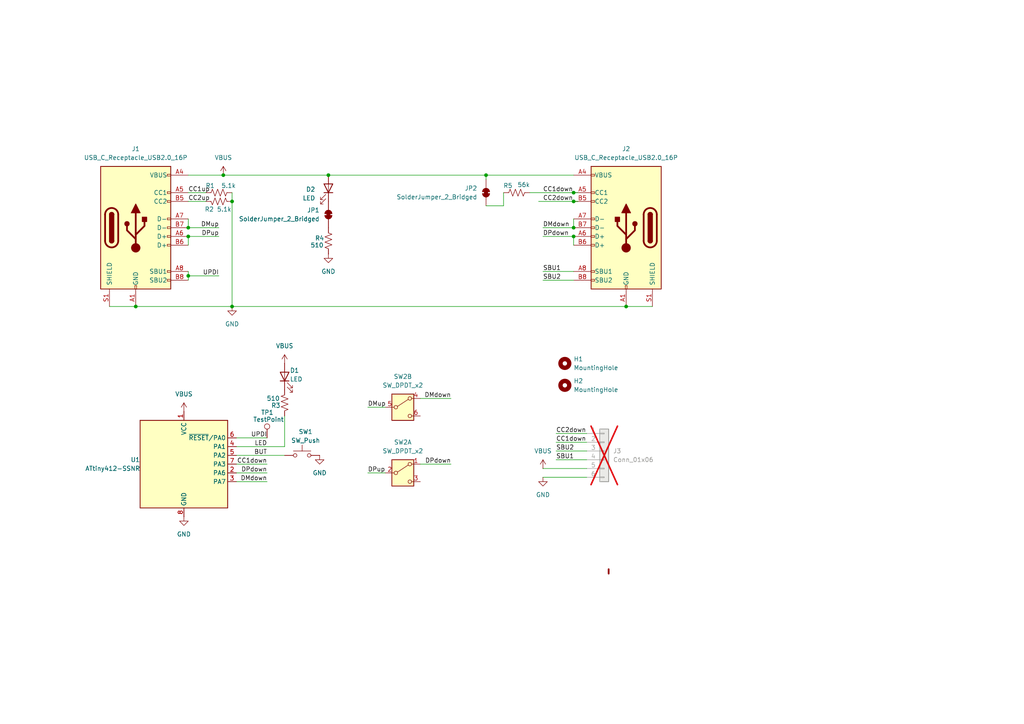
<source format=kicad_sch>
(kicad_sch (version 20231120) (generator "eeschema") (generator_version "8.0")
  (paper "A4")
  (lib_symbols
    (symbol "Connector:TestPoint" (pin_numbers hide) (pin_names (offset 0.762) hide)
      (property "Reference" "TP" (at 0 6.858 0))
      (property "Value" "TestPoint" (at 0 5.08 0))
      (symbol "TestPoint_0_1"
        (circle (center 0 3.302) (radius 0.762))
      )
      (symbol "TestPoint_1_1"
        (pin passive line (at 0 0 90) (length 2.54) (name "1") (number "1"))
      )
    )
    (symbol "Connector:USB_C_Receptacle_USB2.0_16P" (pin_names (offset 1.016))
      (property "Reference" "J" (at 0 22.225 0))
      (property "Value" "USB_C_Receptacle_USB2.0_16P" (at 0 19.685 0))
      (symbol "USB_C_Receptacle_USB2.0_16P_0_0"
        (rectangle (start -0.254 -17.78) (end 0.254 -16.764))
        (rectangle (start 10.16 -14.986) (end 9.144 -15.494))
        (rectangle (start 10.16 -12.446) (end 9.144 -12.954))
        (rectangle (start 10.16 -4.826) (end 9.144 -5.334))
        (rectangle (start 10.16 -2.286) (end 9.144 -2.794))
        (rectangle (start 10.16 0.254) (end 9.144 -0.254))
        (rectangle (start 10.16 2.794) (end 9.144 2.286))
        (rectangle (start 10.16 7.874) (end 9.144 7.366))
        (rectangle (start 10.16 10.414) (end 9.144 9.906))
        (rectangle (start 10.16 15.494) (end 9.144 14.986))
      )
      (symbol "USB_C_Receptacle_USB2.0_16P_0_1"
        (rectangle (start -10.16 17.78) (end 10.16 -17.78) (stroke (width 0.254)) (fill (type background)))
        (arc (start -8.89 -3.81) (mid -6.985 -5.7067) (end -5.08 -3.81) (stroke (width 0.508)))
        (arc (start -7.62 -3.81) (mid -6.985 -4.4423) (end -6.35 -3.81) (stroke (width 0.254)))
        (arc (start -7.62 -3.81) (mid -6.985 -4.4423) (end -6.35 -3.81) (stroke (width 0.254)) (fill (type outline)))
        (rectangle (start -7.62 -3.81) (end -6.35 3.81) (stroke (width 0.254)) (fill (type outline)))
        (arc (start -6.35 3.81) (mid -6.985 4.4423) (end -7.62 3.81) (stroke (width 0.254)))
        (arc (start -6.35 3.81) (mid -6.985 4.4423) (end -7.62 3.81) (stroke (width 0.254)) (fill (type outline)))
        (arc (start -5.08 3.81) (mid -6.985 5.7067) (end -8.89 3.81) (stroke (width 0.508)))
        (circle (center -2.54 1.143) (radius 0.635) (stroke (width 0.254)) (fill (type outline)))
        (circle (center 0 -5.842) (radius 1.27) (fill (type outline)))
        (polyline (pts (xy -8.89 -3.81) (xy -8.89 3.81)) (stroke (width 0.508)))
        (polyline (pts (xy -5.08 3.81) (xy -5.08 -3.81)) (stroke (width 0.508)))
        (polyline (pts (xy 0 -5.842) (xy 0 4.318)) (stroke (width 0.508)))
        (polyline (pts (xy 0 -3.302) (xy -2.54 -0.762) (xy -2.54 0.508)) (stroke (width 0.508)))
        (polyline (pts (xy 0 -2.032) (xy 2.54 0.508) (xy 2.54 1.778)) (stroke (width 0.508)))
        (polyline (pts (xy -1.27 4.318) (xy 0 6.858) (xy 1.27 4.318) (xy -1.27 4.318)) (stroke (width 0.254)) (fill (type outline)))
        (rectangle (start 1.905 1.778) (end 3.175 3.048) (stroke (width 0.254)) (fill (type outline)))
      )
      (symbol "USB_C_Receptacle_USB2.0_16P_1_1"
        (pin passive line (at 0 -22.86 90) (length 5.08) (name "GND") (number "A1"))
        (pin passive line (at 0 -22.86 90) (length 5.08) hide (name "GND") (number "A12"))
        (pin passive line (at 15.24 15.24 180) (length 5.08) (name "VBUS") (number "A4"))
        (pin bidirectional line (at 15.24 10.16 180) (length 5.08) (name "CC1") (number "A5"))
        (pin bidirectional line (at 15.24 -2.54 180) (length 5.08) (name "D+") (number "A6"))
        (pin bidirectional line (at 15.24 2.54 180) (length 5.08) (name "D-") (number "A7"))
        (pin bidirectional line (at 15.24 -12.7 180) (length 5.08) (name "SBU1") (number "A8"))
        (pin passive line (at 15.24 15.24 180) (length 5.08) hide (name "VBUS") (number "A9"))
        (pin passive line (at 0 -22.86 90) (length 5.08) hide (name "GND") (number "B1"))
        (pin passive line (at 0 -22.86 90) (length 5.08) hide (name "GND") (number "B12"))
        (pin passive line (at 15.24 15.24 180) (length 5.08) hide (name "VBUS") (number "B4"))
        (pin bidirectional line (at 15.24 7.62 180) (length 5.08) (name "CC2") (number "B5"))
        (pin bidirectional line (at 15.24 -5.08 180) (length 5.08) (name "D+") (number "B6"))
        (pin bidirectional line (at 15.24 0 180) (length 5.08) (name "D-") (number "B7"))
        (pin bidirectional line (at 15.24 -15.24 180) (length 5.08) (name "SBU2") (number "B8"))
        (pin passive line (at 15.24 15.24 180) (length 5.08) hide (name "VBUS") (number "B9"))
        (pin passive line (at -7.62 -22.86 90) (length 5.08) (name "SHIELD") (number "S1"))
      )
    )
    (symbol "Connector_Generic:Conn_01x06" (pin_names (offset 1.016) hide)
      (property "Reference" "J" (at 0 7.62 0))
      (property "Value" "Conn_01x06" (at 0 -10.16 0))
      (symbol "Conn_01x06_1_1"
        (rectangle (start -1.27 -7.493) (end 0 -7.747) (stroke (width 0.1524)))
        (rectangle (start -1.27 -4.953) (end 0 -5.207) (stroke (width 0.1524)))
        (rectangle (start -1.27 -2.413) (end 0 -2.667) (stroke (width 0.1524)))
        (rectangle (start -1.27 0.127) (end 0 -0.127) (stroke (width 0.1524)))
        (rectangle (start -1.27 2.667) (end 0 2.413) (stroke (width 0.1524)))
        (rectangle (start -1.27 5.207) (end 0 4.953) (stroke (width 0.1524)))
        (rectangle (start -1.27 6.35) (end 1.27 -8.89) (stroke (width 0.254)) (fill (type background)))
        (pin passive line (at -5.08 5.08 0) (length 3.81) (name "Pin_1") (number "1"))
        (pin passive line (at -5.08 2.54 0) (length 3.81) (name "Pin_2") (number "2"))
        (pin passive line (at -5.08 0 0) (length 3.81) (name "Pin_3") (number "3"))
        (pin passive line (at -5.08 -2.54 0) (length 3.81) (name "Pin_4") (number "4"))
        (pin passive line (at -5.08 -5.08 0) (length 3.81) (name "Pin_5") (number "5"))
        (pin passive line (at -5.08 -7.62 0) (length 3.81) (name "Pin_6") (number "6"))
      )
    )
    (symbol "Device:LED" (pin_numbers hide) (pin_names (offset 1.016) hide)
      (property "Reference" "D" (at 0 2.54 0))
      (property "Value" "LED" (at 0 -2.54 0))
      (symbol "LED_0_1"
        (polyline (pts (xy -1.27 -1.27) (xy -1.27 1.27)) (stroke (width 0.254)))
        (polyline (pts (xy -1.27 0) (xy 1.27 0)))
        (polyline (pts (xy 1.27 -1.27) (xy 1.27 1.27) (xy -1.27 0) (xy 1.27 -1.27)) (stroke (width 0.254)))
        (polyline (pts (xy -3.048 -0.762) (xy -4.572 -2.286) (xy -3.81 -2.286) (xy -4.572 -2.286) (xy -4.572 -1.524)))
        (polyline (pts (xy -1.778 -0.762) (xy -3.302 -2.286) (xy -2.54 -2.286) (xy -3.302 -2.286) (xy -3.302 -1.524)))
      )
      (symbol "LED_1_1"
        (pin passive line (at -3.81 0 0) (length 2.54) (name "K") (number "1"))
        (pin passive line (at 3.81 0 180) (length 2.54) (name "A") (number "2"))
      )
    )
    (symbol "Device:R_US" (pin_numbers hide) (pin_names (offset 0))
      (property "Reference" "R" (at 2.54 0 90))
      (property "Value" "R_US" (at -2.54 0 90))
      (symbol "R_US_0_1"
        (polyline (pts (xy 0 -2.286) (xy 0 -2.54)))
        (polyline (pts (xy 0 2.286) (xy 0 2.54)))
        (polyline (pts (xy 0 -0.762) (xy 1.016 -1.143) (xy 0 -1.524) (xy -1.016 -1.905) (xy 0 -2.286)))
        (polyline (pts (xy 0 0.762) (xy 1.016 0.381) (xy 0 0) (xy -1.016 -0.381) (xy 0 -0.762)))
        (polyline (pts (xy 0 2.286) (xy 1.016 1.905) (xy 0 1.524) (xy -1.016 1.143) (xy 0 0.762)))
      )
      (symbol "R_US_1_1"
        (pin passive line (at 0 3.81 270) (length 1.27) (name "~") (number "1"))
        (pin passive line (at 0 -3.81 90) (length 1.27) (name "~") (number "2"))
      )
    )
    (symbol "Jumper:SolderJumper_2_Bridged" (pin_numbers hide) (pin_names (offset 0) hide) (exclude_from_sim yes) (in_bom no)
      (property "Reference" "JP" (at 0 2.032 0))
      (property "Value" "SolderJumper_2_Bridged" (at 0 -2.54 0))
      (symbol "SolderJumper_2_Bridged_0_1"
        (rectangle (start -0.508 0.508) (end 0.508 -0.508) (fill (type outline)))
        (arc (start -0.254 1.016) (mid -1.2656 0) (end -0.254 -1.016))
        (arc (start -0.254 1.016) (mid -1.2656 0) (end -0.254 -1.016) (fill (type outline)))
        (polyline (pts (xy -0.254 1.016) (xy -0.254 -1.016)))
        (polyline (pts (xy 0.254 1.016) (xy 0.254 -1.016)))
        (arc (start 0.254 -1.016) (mid 1.2656 0) (end 0.254 1.016))
        (arc (start 0.254 -1.016) (mid 1.2656 0) (end 0.254 1.016) (fill (type outline)))
      )
      (symbol "SolderJumper_2_Bridged_1_1"
        (pin passive line (at -3.81 0 0) (length 2.54) (name "A") (number "1"))
        (pin passive line (at 3.81 0 180) (length 2.54) (name "B") (number "2"))
      )
    )
    (symbol "MCU_Microchip_ATtiny:ATtiny202-SS"
      (property "Reference" "U" (at -12.7 13.97 0))
      (property "Value" "ATtiny202-SS" (at 2.54 -13.97 0))
      (symbol "ATtiny202-SS_0_1"
        (rectangle (start -12.7 -12.7) (end 12.7 12.7) (stroke (width 0.254)) (fill (type background)))
      )
      (symbol "ATtiny202-SS_1_1"
        (pin power_in line (at 0 15.24 270) (length 2.54) (name "VCC") (number "1"))
        (pin bidirectional line (at 15.24 -2.54 180) (length 2.54) (name "PA6") (number "2"))
        (pin bidirectional line (at 15.24 -5.08 180) (length 2.54) (name "PA7") (number "3"))
        (pin bidirectional line (at 15.24 5.08 180) (length 2.54) (name "PA1") (number "4"))
        (pin bidirectional line (at 15.24 2.54 180) (length 2.54) (name "PA2") (number "5"))
        (pin bidirectional line (at 15.24 7.62 180) (length 2.54) (name "~{RESET}/PA0") (number "6"))
        (pin bidirectional line (at 15.24 0 180) (length 2.54) (name "PA3") (number "7"))
        (pin power_in line (at 0 -15.24 90) (length 2.54) (name "GND") (number "8"))
      )
    )
    (symbol "Mechanical:MountingHole" (pin_names (offset 1.016)) (exclude_from_sim yes) (in_bom no)
      (property "Reference" "H" (at 0 5.08 0))
      (property "Value" "MountingHole" (at 0 3.175 0))
      (symbol "MountingHole_0_1"
        (circle (center 0 0) (radius 1.27) (stroke (width 1.27)))
      )
    )
    (symbol "Switch:SW_DPDT_x2" (pin_names (offset 0) hide)
      (property "Reference" "SW" (at 0 5.08 0))
      (property "Value" "SW_DPDT_x2" (at 0 -5.08 0))
      (symbol "SW_DPDT_x2_0_0"
        (circle (center -2.032 0) (radius 0.508))
        (circle (center 2.032 -2.54) (radius 0.508))
      )
      (symbol "SW_DPDT_x2_0_1"
        (rectangle (start -3.175 3.81) (end 3.175 -3.81) (stroke (width 0.254)) (fill (type background)))
        (polyline (pts (xy -1.524 0.254) (xy 1.5748 2.286)))
        (circle (center 2.032 2.54) (radius 0.508))
      )
      (symbol "SW_DPDT_x2_1_1"
        (pin passive line (at 5.08 2.54 180) (length 2.54) (name "A") (number "1"))
        (pin passive line (at -5.08 0 0) (length 2.54) (name "B") (number "2"))
        (pin passive line (at 5.08 -2.54 180) (length 2.54) (name "C") (number "3"))
      )
      (symbol "SW_DPDT_x2_2_1"
        (pin passive line (at 5.08 2.54 180) (length 2.54) (name "A") (number "4"))
        (pin passive line (at -5.08 0 0) (length 2.54) (name "B") (number "5"))
        (pin passive line (at 5.08 -2.54 180) (length 2.54) (name "C") (number "6"))
      )
    )
    (symbol "Switch:SW_Push" (pin_numbers hide) (pin_names (offset 1.016) hide)
      (property "Reference" "SW" (at 1.27 2.54 0))
      (property "Value" "SW_Push" (at 0 -1.524 0))
      (symbol "SW_Push_0_1"
        (circle (center -2.032 0) (radius 0.508))
        (polyline (pts (xy 0 1.27) (xy 0 3.048)))
        (polyline (pts (xy 2.54 1.27) (xy -2.54 1.27)))
        (circle (center 2.032 0) (radius 0.508))
        (pin passive line (at -5.08 0 0) (length 2.54) (name "1") (number "1"))
        (pin passive line (at 5.08 0 180) (length 2.54) (name "2") (number "2"))
      )
    )
    (symbol "power:GND" (power) (pin_numbers hide) (pin_names (offset 0) hide)
      (property "Value" "GND" (at 0 -3.81 0))
      (symbol "GND_0_1"
        (polyline (pts (xy 0 0) (xy 0 -1.27) (xy 1.27 -1.27) (xy 0 -2.54) (xy -1.27 -1.27) (xy 0 -1.27)))
      )
      (symbol "GND_1_1"
        (pin power_in line (at 0 0 270) (length 0) (name "~") (number "1"))
      )
    )
    (symbol "power:VBUS" (power) (pin_numbers hide) (pin_names (offset 0) hide)
      (property "Value" "VBUS" (at 0 3.556 0))
      (symbol "VBUS_0_1"
        (polyline (pts (xy -0.762 1.27) (xy 0 2.54)))
        (polyline (pts (xy 0 0) (xy 0 2.54)))
        (polyline (pts (xy 0 2.54) (xy 0.762 1.27)))
      )
      (symbol "VBUS_1_1"
        (pin power_in line (at 0 0 90) (length 0) (name "~") (number "1"))
      )
    )
  )
  (junction (at 39.37 88.9))
  (junction (at 166.37 58.42))
  (junction (at 54.61 80.01))
  (junction (at 140.97 50.8))
  (junction (at 67.31 58.42))
  (junction (at 54.61 66.04))
  (junction (at 67.31 88.9))
  (junction (at 95.25 50.8))
  (junction (at 64.77 50.8))
  (junction (at 166.37 55.88))
  (junction (at 166.37 66.04))
  (junction (at 54.61 68.58))
  (junction (at 166.37 68.58))
  (junction (at 181.61 88.9))
  (wire (pts (xy 68.58 137.16) (xy 77.47 137.16)))
  (wire (pts (xy 54.61 80.01) (xy 63.5 80.01)))
  (wire (pts (xy 68.58 132.08) (xy 82.55 132.08)))
  (wire (pts (xy 157.48 138.43) (xy 170.18 138.43)))
  (wire (pts (xy 67.31 88.9) (xy 39.37 88.9)))
  (wire (pts (xy 67.31 88.9) (xy 181.61 88.9)))
  (polyline (pts (xy 176.53 165.1) (xy 176.53 166.37)) (stroke (width 0.5) (color 132 0 0 1)))
  (wire (pts (xy 95.25 50.8) (xy 140.97 50.8)))
  (wire (pts (xy 54.61 58.42) (xy 59.69 58.42)))
  (wire (pts (xy 146.05 59.69) (xy 140.97 59.69)))
  (wire (pts (xy 121.92 134.62) (xy 130.81 134.62)))
  (wire (pts (xy 157.48 78.74) (xy 166.37 78.74)))
  (wire (pts (xy 161.29 125.73) (xy 170.18 125.73)))
  (wire (pts (xy 54.61 63.5) (xy 54.61 66.04)))
  (wire (pts (xy 31.75 88.9) (xy 39.37 88.9)))
  (wire (pts (xy 68.58 127) (xy 77.47 127)))
  (wire (pts (xy 54.61 55.88) (xy 59.69 55.88)))
  (wire (pts (xy 68.58 139.7) (xy 77.47 139.7)))
  (wire (pts (xy 140.97 50.8) (xy 166.37 50.8)))
  (wire (pts (xy 161.29 133.35) (xy 170.18 133.35)))
  (wire (pts (xy 106.68 137.16) (xy 111.76 137.16)))
  (wire (pts (xy 54.61 50.8) (xy 64.77 50.8)))
  (wire (pts (xy 167.64 58.42) (xy 166.37 58.42)))
  (wire (pts (xy 67.31 55.88) (xy 67.31 58.42)))
  (wire (pts (xy 54.61 68.58) (xy 63.5 68.58)))
  (wire (pts (xy 140.97 50.8) (xy 140.97 52.07)))
  (wire (pts (xy 146.05 55.88) (xy 146.05 59.69)))
  (wire (pts (xy 106.68 118.11) (xy 111.76 118.11)))
  (wire (pts (xy 121.92 115.57) (xy 130.81 115.57)))
  (wire (pts (xy 54.61 80.01) (xy 54.61 81.28)))
  (wire (pts (xy 156.21 58.42) (xy 166.37 58.42)))
  (wire (pts (xy 68.58 129.54) (xy 82.55 129.54)))
  (wire (pts (xy 157.48 81.28) (xy 166.37 81.28)))
  (wire (pts (xy 68.58 134.62) (xy 77.47 134.62)))
  (wire (pts (xy 157.48 66.04) (xy 166.37 66.04)))
  (wire (pts (xy 166.37 71.12) (xy 166.37 68.58)))
  (wire (pts (xy 82.55 120.65) (xy 82.55 129.54)))
  (wire (pts (xy 54.61 68.58) (xy 54.61 71.12)))
  (wire (pts (xy 181.61 88.9) (xy 189.23 88.9)))
  (wire (pts (xy 153.67 55.88) (xy 166.37 55.88)))
  (wire (pts (xy 161.29 130.81) (xy 170.18 130.81)))
  (wire (pts (xy 157.48 68.58) (xy 166.37 68.58)))
  (wire (pts (xy 54.61 66.04) (xy 63.5 66.04)))
  (wire (pts (xy 167.64 55.88) (xy 166.37 55.88)))
  (wire (pts (xy 54.61 78.74) (xy 54.61 80.01)))
  (wire (pts (xy 161.29 128.27) (xy 170.18 128.27)))
  (wire (pts (xy 157.48 135.89) (xy 170.18 135.89)))
  (wire (pts (xy 64.77 50.8) (xy 95.25 50.8)))
  (wire (pts (xy 67.31 58.42) (xy 67.31 88.9)))
  (wire (pts (xy 166.37 63.5) (xy 166.37 66.04)))
  (label "DPdown" (at 77.47 137.16 180))
  (label "SBU2" (at 161.29 130.81 0))
  (label "DPdown" (at 130.81 134.62 180))
  (label "DPdown" (at 157.48 68.58 0))
  (label "DMdown" (at 157.48 66.04 0))
  (label "DPup" (at 106.68 137.16 0))
  (label "UPDI" (at 77.47 127 180))
  (label "DMup" (at 63.5 66.04 180))
  (label "SBU1" (at 161.29 133.35 0))
  (label "DMdown" (at 130.81 115.57 180))
  (label "CC2down" (at 157.48 58.42 0))
  (label "CC2down" (at 161.29 125.73 0))
  (label "CC1down" (at 157.48 55.88 0))
  (label "DMdown" (at 77.47 139.7 180))
  (label "CC2up" (at 54.61 58.42 0))
  (label "CC1down" (at 161.29 128.27 0))
  (label "UPDI" (at 63.5 80.01 180))
  (label "DMup" (at 106.68 118.11 0))
  (label "LED" (at 77.47 129.54 180))
  (label "DPup" (at 63.5 68.58 180))
  (label "CC1down" (at 77.47 134.62 180))
  (label "BUT" (at 77.47 132.08 180))
  (label "CC1up" (at 54.61 55.88 0))
  (label "SBU1" (at 157.48 78.74 0))
  (label "SBU2" (at 157.48 81.28 0))
  (symbol (lib_id "Connector:USB_C_Receptacle_USB2.0_16P") (at 181.61 66.04 0) (mirror y) (unit 1)
    (property "Reference" "J2" (at 181.61 43.18 0))
    (property "Value" "USB_C_Receptacle_USB2.0_16P" (at 181.61 45.72 0))
    (property "Footprint" "maxfootprints:USB_C_PLUG_VERT_YTC-TC16S-128" (effects (hide yes)))
    (property "Datasheet" "https://www.usb.org/sites/default/files/documents/usb_type-c.zip" (effects (hide yes)))
    (property "Description" "USB 2.0-only 16P Type-C Receptacle connector" (effects (hide yes)))
    (property "LCSC" "C399939" (effects (hide yes)))
  )
  (symbol (lib_id "power:GND") (at 67.31 88.9 0) (unit 1)
    (property "Reference" "#PWR04" (effects (hide yes)))
    (property "Value" "GND" (at 67.31 93.98 0))
    (property "Description" "Power symbol creates a global label with name \"GND\" , ground" (effects (hide yes)))
  )
  (symbol (lib_id "Device:LED") (at 82.55 109.22 90) (unit 1)
    (property "Reference" "D1" (at 84.074 107.442 90) (effects (justify right)))
    (property "Value" "LED" (at 84.074 109.982 90) (effects (justify right)))
    (property "Footprint" "LED_SMD:LED_0402_1005Metric" (effects (hide yes)))
    (property "Description" "Light emitting diode" (effects (hide yes)))
    (property "LCSC" "C2856703" (effects (hide yes)))
  )
  (symbol (lib_id "power:VBUS") (at 82.55 105.41 0) (unit 1)
    (property "Reference" "#PWR05" (effects (hide yes)))
    (property "Value" "VBUS" (at 82.55 100.33 0))
    (property "Description" "Power symbol creates a global label with name \"VBUS\"" (effects (hide yes)))
  )
  (symbol (lib_id "power:VBUS") (at 64.77 50.8 0) (unit 1)
    (property "Reference" "#PWR03" (effects (hide yes)))
    (property "Value" "VBUS" (at 64.77 45.72 0))
    (property "Description" "Power symbol creates a global label with name \"VBUS\"" (effects (hide yes)))
  )
  (symbol (lib_id "Device:R_US") (at 63.5 58.42 90) (mirror x) (unit 1)
    (property "Reference" "R2" (at 60.706 60.706 90))
    (property "Value" "5.1k" (at 65.024 60.706 90))
    (property "Footprint" "Resistor_SMD:R_0402_1005Metric" (effects (hide yes)))
    (property "Description" "Resistor, US symbol" (effects (hide yes)))
    (property "LCSC" "C25905" (effects (hide yes)))
  )
  (symbol (lib_id "Device:LED") (at 95.25 54.61 270) (mirror x) (unit 1)
    (property "Reference" "D2" (at 91.44 54.9274 90) (effects (justify right)))
    (property "Value" "LED" (at 91.44 57.4674 90) (effects (justify right)))
    (property "Footprint" "LED_SMD:LED_0402_1005Metric" (effects (hide yes)))
    (property "Description" "Light emitting diode" (effects (hide yes)))
    (property "LCSC" "C965790" (effects (hide yes)))
  )
  (symbol (lib_id "Device:R_US") (at 82.55 116.84 0) (mirror y) (unit 1)
    (property "Reference" "R3" (at 80.01 117.602 0))
    (property "Value" "510" (at 79.248 115.57 0))
    (property "Footprint" "Resistor_SMD:R_0402_1005Metric" (effects (hide yes)))
    (property "Description" "Resistor, US symbol" (effects (hide yes)))
    (property "LCSC" "C25123" (effects (hide yes)))
  )
  (symbol (lib_id "Jumper:SolderJumper_2_Bridged") (at 140.97 55.88 90) (mirror x) (unit 1) (in_bom no)
    (property "Reference" "JP2" (at 138.43 54.6099 90) (effects (justify left)))
    (property "Value" "SolderJumper_2_Bridged" (at 138.43 57.1499 90) (effects (justify left)))
    (property "Footprint" "Jumper:SolderJumper-2_P1.3mm_Bridged_RoundedPad1.0x1.5mm" (effects (hide yes)))
    (property "Description" "Solder Jumper, 2-pole, closed/bridged" (effects (hide yes)))
  )
  (symbol (lib_id "power:VBUS") (at 53.34 119.38 0) (unit 1)
    (property "Reference" "#PWR01" (effects (hide yes)))
    (property "Value" "VBUS" (at 53.34 114.3 0))
    (property "Description" "Power symbol creates a global label with name \"VBUS\"" (effects (hide yes)))
  )
  (symbol (lib_id "Connector:USB_C_Receptacle_USB2.0_16P") (at 39.37 66.04 0) (unit 1)
    (property "Reference" "J1" (at 39.37 43.18 0))
    (property "Value" "USB_C_Receptacle_USB2.0_16P" (at 39.37 45.72 0))
    (property "Footprint" "Connector_USB:USB_C_Receptacle_HCTL_HC-TYPE-C-16P-01A" (effects (hide yes)))
    (property "Datasheet" "https://www.usb.org/sites/default/files/documents/usb_type-c.zip" (effects (hide yes)))
    (property "Description" "USB 2.0-only 16P Type-C Receptacle connector" (effects (hide yes)))
    (property "LCSC" "C2765186" (effects (hide yes)))
  )
  (symbol (lib_id "Switch:SW_Push") (at 87.63 132.08 0) (unit 1)
    (property "Reference" "SW1" (at 88.646 125.222 0))
    (property "Value" "SW_Push" (at 88.646 127.762 0))
    (property "Footprint" "maxfootprints:TINYTACTILE" (effects (hide yes)))
    (property "Description" "Push button switch, generic, two pins" (effects (hide yes)))
    (property "LCSC" "C455280" (effects (hide yes)))
  )
  (symbol (lib_id "Switch:SW_DPDT_x2") (at 116.84 118.11 0) (unit 2)
    (property "Reference" "SW2" (at 116.84 109.22 0))
    (property "Value" "SW_DPDT_x2" (at 116.84 111.76 0))
    (property "Footprint" "maxfootprints:DPDT-Slide_top" (effects (hide yes)))
    (property "Description" "Switch, dual pole double throw, separate symbols" (effects (hide yes)))
    (property "LCSC" "C2837066" (effects (hide yes)))
  )
  (symbol (lib_id "Device:R_US") (at 149.86 55.88 90) (unit 1)
    (property "Reference" "R5" (at 147.32 53.848 90))
    (property "Value" "56k" (at 151.892 53.594 90))
    (property "Footprint" "Resistor_SMD:R_0402_1005Metric" (effects (hide yes)))
    (property "Description" "Resistor, US symbol" (effects (hide yes)))
    (property "LCSC" "C25796" (effects (hide yes)))
  )
  (symbol (lib_id "power:GND") (at 53.34 149.86 0) (unit 1)
    (property "Reference" "#PWR02" (effects (hide yes)))
    (property "Value" "GND" (at 53.34 154.94 0))
    (property "Description" "Power symbol creates a global label with name \"GND\" , ground" (effects (hide yes)))
  )
  (symbol (lib_id "power:GND") (at 157.48 138.43 0) (unit 1)
    (property "Reference" "#PWR09" (effects (hide yes)))
    (property "Value" "GND" (at 157.48 143.51 0))
    (property "Description" "Power symbol creates a global label with name \"GND\" , ground" (effects (hide yes)))
  )
  (symbol (lib_id "Device:R_US") (at 95.25 69.85 180) (unit 1)
    (property "Reference" "R4" (at 92.71 69.088 0))
    (property "Value" "510" (at 91.948 71.12 0))
    (property "Footprint" "Resistor_SMD:R_0402_1005Metric" (effects (hide yes)))
    (property "Description" "Resistor, US symbol" (effects (hide yes)))
    (property "LCSC" "C25123" (effects (hide yes)))
  )
  (symbol (lib_id "Connector:TestPoint") (at 77.47 127 0) (unit 1) (in_bom no)
    (property "Reference" "TP1" (at 75.692 119.634 0) (effects (justify left)))
    (property "Value" "TestPoint" (at 73.406 121.666 0) (effects (justify left)))
    (property "Footprint" "TestPoint:TestPoint_Pad_D3.0mm" (effects (hide yes)))
    (property "Description" "test point" (effects (hide yes)))
  )
  (symbol (lib_id "power:GND") (at 95.25 73.66 0) (mirror y) (unit 1)
    (property "Reference" "#PWR07" (effects (hide yes)))
    (property "Value" "GND" (at 95.25 78.74 0))
    (property "Description" "Power symbol creates a global label with name \"GND\" , ground" (effects (hide yes)))
  )
  (symbol (lib_id "Switch:SW_DPDT_x2") (at 116.84 137.16 0) (unit 1)
    (property "Reference" "SW2" (at 116.84 128.27 0))
    (property "Value" "SW_DPDT_x2" (at 116.84 130.81 0))
    (property "Footprint" "maxfootprints:DPDT-Slide_top" (effects (hide yes)))
    (property "Description" "Switch, dual pole double throw, separate symbols" (effects (hide yes)))
    (property "LCSC" "C2837066" (effects (hide yes)))
  )
  (symbol (lib_id "Device:R_US") (at 63.5 55.88 90) (unit 1)
    (property "Reference" "R1" (at 60.96 53.848 90))
    (property "Value" "5.1k" (at 66.294 53.848 90))
    (property "Footprint" "Resistor_SMD:R_0402_1005Metric" (effects (hide yes)))
    (property "Description" "Resistor, US symbol" (effects (hide yes)))
    (property "LCSC" "C25905" (effects (hide yes)))
  )
  (symbol (lib_id "MCU_Microchip_ATtiny:ATtiny202-SS") (at 53.34 134.62 0) (unit 1)
    (property "Reference" "U1" (at 40.64 133.3499 0) (effects (justify right)))
    (property "Value" "ATtiny412-SSNR" (at 40.64 135.8899 0) (effects (justify right)))
    (property "Footprint" "Package_SO:SOIC-8_3.9x4.9mm_P1.27mm" (effects (hide yes)))
    (property "Datasheet" "http://ww1.microchip.com/downloads/en/DeviceDoc/ATtiny202-402-AVR-MCU-with-Core-Independent-Peripherals_and-picoPower-40001969A.pdf" (effects (hide yes)))
    (property "Description" "20MHz, 2kB Flash, 128B SRAM, 64B EEPROM, SOIC-8" (effects (hide yes)))
    (property "LCSC" "C1337190" (effects (hide yes)))
  )
  (symbol (lib_id "Mechanical:MountingHole") (at 163.83 105.41 0) (unit 1) (exclude_from_sim yes) (in_bom no)
    (property "Reference" "H1" (at 166.37 104.1399 0) (effects (justify left)))
    (property "Value" "MountingHole" (at 166.37 106.6799 0) (effects (justify left)))
    (property "Footprint" "MountingHole:MountingHole_3.2mm_M3" (effects (hide yes)))
    (property "Description" "Mounting Hole without connection" (effects (hide yes)))
  )
  (symbol (lib_id "Jumper:SolderJumper_2_Bridged") (at 95.25 62.23 90) (mirror x) (unit 1) (in_bom no)
    (property "Reference" "JP1" (at 92.71 60.9599 90) (effects (justify left)))
    (property "Value" "SolderJumper_2_Bridged" (at 92.71 63.4999 90) (effects (justify left)))
    (property "Footprint" "Jumper:SolderJumper-2_P1.3mm_Bridged_RoundedPad1.0x1.5mm" (effects (hide yes)))
    (property "Description" "Solder Jumper, 2-pole, closed/bridged" (effects (hide yes)))
  )
  (symbol (lib_id "Connector_Generic:Conn_01x06") (at 175.26 130.81 0) (unit 1) (dnp yes)
    (property "Reference" "J3" (at 177.8 130.8099 0) (effects (justify left)))
    (property "Value" "Conn_01x06" (at 177.8 133.3499 0) (effects (justify left)))
    (property "Footprint" "Connector_PinHeader_2.54mm:PinHeader_1x06_P2.54mm_Vertical" (effects (hide yes)))
    (property "Description" "Generic connector, single row, 01x06, script generated (kicad-library-utils/schlib/autogen/connector/)" (effects (hide yes)))
    (property "LCSC" "C37208" (effects (hide yes)))
  )
  (symbol (lib_id "power:GND") (at 92.71 132.08 0) (unit 1)
    (property "Reference" "#PWR06" (effects (hide yes)))
    (property "Value" "GND" (at 92.71 137.16 0))
    (property "Description" "Power symbol creates a global label with name \"GND\" , ground" (effects (hide yes)))
  )
  (symbol (lib_id "power:VBUS") (at 157.48 135.89 0) (unit 1)
    (property "Reference" "#PWR08" (effects (hide yes)))
    (property "Value" "VBUS" (at 157.48 130.81 0))
    (property "Description" "Power symbol creates a global label with name \"VBUS\"" (effects (hide yes)))
  )
  (symbol (lib_id "Mechanical:MountingHole") (at 163.83 111.76 0) (unit 1) (exclude_from_sim yes) (in_bom no)
    (property "Reference" "H2" (at 166.37 110.4899 0) (effects (justify left)))
    (property "Value" "MountingHole" (at 166.37 113.0299 0) (effects (justify left)))
    (property "Footprint" "MountingHole:MountingHole_3.2mm_M3" (effects (hide yes)))
    (property "Description" "Mounting Hole without connection" (effects (hide yes)))
  )
)
</source>
